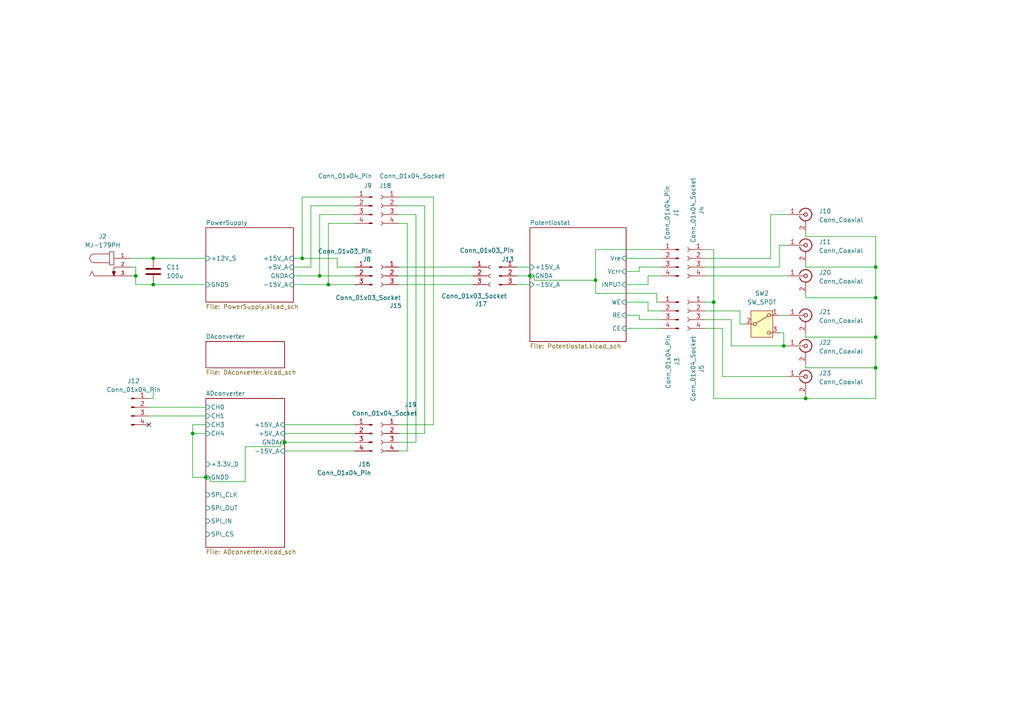
<source format=kicad_sch>
(kicad_sch (version 20231120) (generator "eeschema") (generator_version "8.0")
  (paper "A4")
  (lib_symbols
    (symbol "Connector:Conn_01x03_Pin" (pin_names (offset 1.016) hide)
      (property "Reference" "J" (at 0 5.08 0))
      (property "Value" "Conn_01x03_Pin" (at 0 -5.08 0))
      (symbol "Conn_01x03_Pin_1_1"
        (polyline (pts (xy 1.27 -2.54) (xy 0.8636 -2.54)) (stroke (width 0.1524)))
        (polyline (pts (xy 1.27 0) (xy 0.8636 0)) (stroke (width 0.1524)))
        (polyline (pts (xy 1.27 2.54) (xy 0.8636 2.54)) (stroke (width 0.1524)))
        (rectangle (start 0.8636 -2.413) (end 0 -2.667) (stroke (width 0.1524)) (fill (type outline)))
        (rectangle (start 0.8636 0.127) (end 0 -0.127) (stroke (width 0.1524)) (fill (type outline)))
        (rectangle (start 0.8636 2.667) (end 0 2.413) (stroke (width 0.1524)) (fill (type outline)))
        (pin passive line (at 5.08 2.54 180) (length 3.81) (name "Pin_1") (number "1"))
        (pin passive line (at 5.08 0 180) (length 3.81) (name "Pin_2") (number "2"))
        (pin passive line (at 5.08 -2.54 180) (length 3.81) (name "Pin_3") (number "3"))
      )
    )
    (symbol "Connector:Conn_01x03_Socket" (pin_names (offset 1.016) hide)
      (property "Reference" "J" (at 0 5.08 0))
      (property "Value" "Conn_01x03_Socket" (at 0 -5.08 0))
      (symbol "Conn_01x03_Socket_1_1"
        (arc (start 0 -2.032) (mid -0.5058 -2.54) (end 0 -3.048) (stroke (width 0.1524)))
        (polyline (pts (xy -1.27 -2.54) (xy -0.508 -2.54)) (stroke (width 0.1524)))
        (polyline (pts (xy -1.27 0) (xy -0.508 0)) (stroke (width 0.1524)))
        (polyline (pts (xy -1.27 2.54) (xy -0.508 2.54)) (stroke (width 0.1524)))
        (arc (start 0 0.508) (mid -0.5058 0) (end 0 -0.508) (stroke (width 0.1524)))
        (arc (start 0 3.048) (mid -0.5058 2.54) (end 0 2.032) (stroke (width 0.1524)))
        (pin passive line (at -5.08 2.54 0) (length 3.81) (name "Pin_1") (number "1"))
        (pin passive line (at -5.08 0 0) (length 3.81) (name "Pin_2") (number "2"))
        (pin passive line (at -5.08 -2.54 0) (length 3.81) (name "Pin_3") (number "3"))
      )
    )
    (symbol "Connector:Conn_01x04_Pin" (pin_names (offset 1.016) hide)
      (property "Reference" "J" (at 0 5.08 0))
      (property "Value" "Conn_01x04_Pin" (at 0 -7.62 0))
      (symbol "Conn_01x04_Pin_1_1"
        (polyline (pts (xy 1.27 -5.08) (xy 0.8636 -5.08)) (stroke (width 0.1524)))
        (polyline (pts (xy 1.27 -2.54) (xy 0.8636 -2.54)) (stroke (width 0.1524)))
        (polyline (pts (xy 1.27 0) (xy 0.8636 0)) (stroke (width 0.1524)))
        (polyline (pts (xy 1.27 2.54) (xy 0.8636 2.54)) (stroke (width 0.1524)))
        (rectangle (start 0.8636 -4.953) (end 0 -5.207) (stroke (width 0.1524)) (fill (type outline)))
        (rectangle (start 0.8636 -2.413) (end 0 -2.667) (stroke (width 0.1524)) (fill (type outline)))
        (rectangle (start 0.8636 0.127) (end 0 -0.127) (stroke (width 0.1524)) (fill (type outline)))
        (rectangle (start 0.8636 2.667) (end 0 2.413) (stroke (width 0.1524)) (fill (type outline)))
        (pin passive line (at 5.08 2.54 180) (length 3.81) (name "Pin_1") (number "1"))
        (pin passive line (at 5.08 0 180) (length 3.81) (name "Pin_2") (number "2"))
        (pin passive line (at 5.08 -2.54 180) (length 3.81) (name "Pin_3") (number "3"))
        (pin passive line (at 5.08 -5.08 180) (length 3.81) (name "Pin_4") (number "4"))
      )
    )
    (symbol "Connector:Conn_01x04_Socket" (pin_names (offset 1.016) hide)
      (property "Reference" "J" (at 0 5.08 0))
      (property "Value" "Conn_01x04_Socket" (at 0 -7.62 0))
      (symbol "Conn_01x04_Socket_1_1"
        (arc (start 0 -4.572) (mid -0.5058 -5.08) (end 0 -5.588) (stroke (width 0.1524)))
        (arc (start 0 -2.032) (mid -0.5058 -2.54) (end 0 -3.048) (stroke (width 0.1524)))
        (polyline (pts (xy -1.27 -5.08) (xy -0.508 -5.08)) (stroke (width 0.1524)))
        (polyline (pts (xy -1.27 -2.54) (xy -0.508 -2.54)) (stroke (width 0.1524)))
        (polyline (pts (xy -1.27 0) (xy -0.508 0)) (stroke (width 0.1524)))
        (polyline (pts (xy -1.27 2.54) (xy -0.508 2.54)) (stroke (width 0.1524)))
        (arc (start 0 0.508) (mid -0.5058 0) (end 0 -0.508) (stroke (width 0.1524)))
        (arc (start 0 3.048) (mid -0.5058 2.54) (end 0 2.032) (stroke (width 0.1524)))
        (pin passive line (at -5.08 2.54 0) (length 3.81) (name "Pin_1") (number "1"))
        (pin passive line (at -5.08 0 0) (length 3.81) (name "Pin_2") (number "2"))
        (pin passive line (at -5.08 -2.54 0) (length 3.81) (name "Pin_3") (number "3"))
        (pin passive line (at -5.08 -5.08 0) (length 3.81) (name "Pin_4") (number "4"))
      )
    )
    (symbol "Connector:Conn_Coaxial" (pin_names (offset 1.016) hide)
      (property "Reference" "J" (at 0.254 3.048 0))
      (property "Value" "Conn_Coaxial" (at 2.921 0 90))
      (symbol "Conn_Coaxial_0_1"
        (arc (start -1.778 -0.508) (mid 0.2311 -1.8066) (end 1.778 0) (stroke (width 0.254)))
        (polyline (pts (xy -2.54 0) (xy -0.508 0)))
        (polyline (pts (xy 0 -2.54) (xy 0 -1.778)))
        (circle (center 0 0) (radius 0.508) (stroke (width 0.2032)))
        (arc (start 1.778 0) (mid 0.2099 1.8101) (end -1.778 0.508) (stroke (width 0.254)))
      )
      (symbol "Conn_Coaxial_1_1"
        (pin passive line (at -5.08 0 0) (length 2.54) (name "In") (number "1"))
        (pin passive line (at 0 -5.08 90) (length 2.54) (name "Ext") (number "2"))
      )
    )
    (symbol "Device:C" (pin_numbers hide) (pin_names (offset 0.254))
      (property "Reference" "C" (at 0.635 2.54 0))
      (property "Value" "C" (at 0.635 -2.54 0))
      (symbol "C_0_1"
        (polyline (pts (xy -2.032 -0.762) (xy 2.032 -0.762)) (stroke (width 0.508)))
        (polyline (pts (xy -2.032 0.762) (xy 2.032 0.762)) (stroke (width 0.508)))
      )
      (symbol "C_1_1"
        (pin passive line (at 0 3.81 270) (length 2.794) (name "~") (number "1"))
        (pin passive line (at 0 -3.81 90) (length 2.794) (name "~") (number "2"))
      )
    )
    (symbol "MJ-179PH:MJ-179PH" (pin_names (offset 1.016))
      (property "Reference" "J" (at -7.62 5.08 0))
      (property "Value" "MJ-179PH" (at -7.62 -5.08 0))
      (symbol "MJ-179PH_0_0"
        (arc (start -5.715 3.81) (mid -6.9794 2.54) (end -5.715 1.27) (stroke (width 0.1524)))
        (polyline (pts (xy -6.35 -1.27) (xy -6.985 -2.54)) (stroke (width 0.1524)))
        (polyline (pts (xy -5.715 -2.54) (xy -6.35 -1.27)) (stroke (width 0.1524)))
        (polyline (pts (xy -5.715 3.81) (xy -1.27 3.81)) (stroke (width 0.1524)))
        (polyline (pts (xy -1.27 0.635) (xy 0 0.635)) (stroke (width 0.1524)))
        (polyline (pts (xy -1.27 1.27) (xy -5.715 1.27)) (stroke (width 0.1524)))
        (polyline (pts (xy -1.27 1.27) (xy -1.27 0.635)) (stroke (width 0.1524)))
        (polyline (pts (xy -1.27 3.81) (xy -1.27 1.27)) (stroke (width 0.1524)))
        (polyline (pts (xy -1.27 4.445) (xy -1.27 3.81)) (stroke (width 0.1524)))
        (polyline (pts (xy 0 -2.54) (xy -5.715 -2.54)) (stroke (width 0.1524)))
        (polyline (pts (xy 0 0) (xy 0 -2.54)) (stroke (width 0.1524)))
        (polyline (pts (xy 0 0.635) (xy 0 4.445)) (stroke (width 0.1524)))
        (polyline (pts (xy 0 4.445) (xy -1.27 4.445)) (stroke (width 0.1524)))
        (polyline (pts (xy 0 -2.54) (xy -0.508 -1.27) (xy 0.508 -1.27) (xy 0 -2.54)) (stroke (width 0.1524)) (fill (type outline)))
        (pin passive line (at 5.08 2.54 180) (length 5.08) (name "~") (number "1"))
        (pin passive line (at 5.08 0 180) (length 5.08) (name "~") (number "2"))
        (pin passive line (at 5.08 -2.54 180) (length 5.08) (name "~") (number "3"))
      )
    )
    (symbol "Switch:SW_SPDT" (pin_names (offset 0) hide)
      (property "Reference" "SW" (at 0 5.08 0))
      (property "Value" "SW_SPDT" (at 0 -5.08 0))
      (symbol "SW_SPDT_0_1"
        (circle (center -2.032 0) (radius 0.4572))
        (polyline (pts (xy -1.651 0.254) (xy 1.651 2.286)))
        (circle (center 2.032 -2.54) (radius 0.4572))
        (circle (center 2.032 2.54) (radius 0.4572))
      )
      (symbol "SW_SPDT_1_1"
        (rectangle (start -3.175 3.81) (end 3.175 -3.81) (fill (type background)))
        (pin passive line (at 5.08 2.54 180) (length 2.54) (name "A") (number "1"))
        (pin passive line (at -5.08 0 0) (length 2.54) (name "B") (number "2"))
        (pin passive line (at 5.08 -2.54 180) (length 2.54) (name "C") (number "3"))
      )
    )
  )
  (junction (at 207.01 87.63))
  (junction (at 44.45 74.93))
  (junction (at 233.68 115.57))
  (junction (at 153.67 80.01))
  (junction (at 82.55 128.27))
  (junction (at 254 97.79))
  (junction (at 254 106.68))
  (junction (at 44.45 82.55))
  (junction (at 254 86.36))
  (junction (at 172.72 81.28))
  (junction (at 87.63 74.93))
  (junction (at 55.88 125.73))
  (junction (at 227.33 100.33))
  (junction (at 59.69 138.43))
  (junction (at 95.25 82.55))
  (junction (at 254 77.47))
  (junction (at 92.71 80.01))
  (junction (at 39.37 80.01))
  (no_connect (at 43.18 123.19))
  (wire (pts (xy 233.68 68.58) (xy 254 68.58)))
  (wire (pts (xy 233.68 86.36) (xy 254 86.36)))
  (wire (pts (xy 187.96 87.63) (xy 187.96 90.17)))
  (wire (pts (xy 233.68 114.3) (xy 233.68 115.57)))
  (wire (pts (xy 59.69 138.43) (xy 55.88 138.43)))
  (wire (pts (xy 254 68.58) (xy 254 77.47)))
  (wire (pts (xy 115.57 77.47) (xy 137.16 77.47)))
  (wire (pts (xy 38.1 77.47) (xy 39.37 77.47)))
  (wire (pts (xy 44.45 74.93) (xy 38.1 74.93)))
  (wire (pts (xy 43.18 115.57) (xy 44.45 115.57)))
  (wire (pts (xy 185.42 91.44) (xy 185.42 92.71)))
  (wire (pts (xy 233.68 77.47) (xy 254 77.47)))
  (wire (pts (xy 204.47 95.25) (xy 209.55 95.25)))
  (wire (pts (xy 115.57 62.23) (xy 120.65 62.23)))
  (wire (pts (xy 172.72 85.09) (xy 190.5 85.09)))
  (wire (pts (xy 102.87 62.23) (xy 92.71 62.23)))
  (wire (pts (xy 118.11 130.81) (xy 115.57 130.81)))
  (wire (pts (xy 233.68 85.09) (xy 233.68 86.36)))
  (wire (pts (xy 81.28 129.54) (xy 71.12 129.54)))
  (wire (pts (xy 115.57 123.19) (xy 125.73 123.19)))
  (wire (pts (xy 92.71 62.23) (xy 92.71 80.01)))
  (wire (pts (xy 233.68 115.57) (xy 254 115.57)))
  (wire (pts (xy 87.63 57.15) (xy 87.63 74.93)))
  (wire (pts (xy 85.09 74.93) (xy 87.63 74.93)))
  (wire (pts (xy 81.28 128.27) (xy 81.28 129.54)))
  (wire (pts (xy 43.18 118.11) (xy 59.69 118.11)))
  (wire (pts (xy 233.68 105.41) (xy 233.68 106.68)))
  (wire (pts (xy 39.37 77.47) (xy 39.37 80.01)))
  (wire (pts (xy 55.88 125.73) (xy 59.69 125.73)))
  (wire (pts (xy 92.71 80.01) (xy 102.87 80.01)))
  (wire (pts (xy 153.67 80.01) (xy 154.94 80.01)))
  (wire (pts (xy 55.88 125.73) (xy 55.88 123.19)))
  (wire (pts (xy 90.17 59.69) (xy 90.17 77.47)))
  (wire (pts (xy 190.5 85.09) (xy 190.5 87.63)))
  (wire (pts (xy 115.57 64.77) (xy 118.11 64.77)))
  (wire (pts (xy 227.33 96.52) (xy 226.06 96.52)))
  (wire (pts (xy 149.86 82.55) (xy 153.67 82.55)))
  (wire (pts (xy 82.55 125.73) (xy 102.87 125.73)))
  (wire (pts (xy 102.87 59.69) (xy 90.17 59.69)))
  (wire (pts (xy 82.55 130.81) (xy 102.87 130.81)))
  (wire (pts (xy 55.88 123.19) (xy 59.69 123.19)))
  (wire (pts (xy 209.55 95.25) (xy 209.55 109.22)))
  (wire (pts (xy 39.37 82.55) (xy 39.37 80.01)))
  (wire (pts (xy 87.63 74.93) (xy 97.79 74.93)))
  (wire (pts (xy 226.06 77.47) (xy 226.06 71.12)))
  (wire (pts (xy 181.61 95.25) (xy 191.77 95.25)))
  (wire (pts (xy 172.72 81.28) (xy 172.72 85.09)))
  (wire (pts (xy 228.6 100.33) (xy 227.33 100.33)))
  (wire (pts (xy 181.61 74.93) (xy 191.77 74.93)))
  (wire (pts (xy 254 77.47) (xy 254 86.36)))
  (wire (pts (xy 118.11 64.77) (xy 118.11 130.81)))
  (wire (pts (xy 204.47 77.47) (xy 226.06 77.47)))
  (wire (pts (xy 187.96 80.01) (xy 191.77 80.01)))
  (wire (pts (xy 254 106.68) (xy 254 115.57)))
  (wire (pts (xy 254 97.79) (xy 254 106.68)))
  (wire (pts (xy 233.68 97.79) (xy 254 97.79)))
  (wire (pts (xy 223.52 74.93) (xy 223.52 62.23)))
  (wire (pts (xy 115.57 80.01) (xy 137.16 80.01)))
  (wire (pts (xy 172.72 72.39) (xy 172.72 81.28)))
  (wire (pts (xy 187.96 82.55) (xy 181.61 82.55)))
  (wire (pts (xy 181.61 91.44) (xy 185.42 91.44)))
  (wire (pts (xy 185.42 77.47) (xy 191.77 77.47)))
  (wire (pts (xy 187.96 90.17) (xy 191.77 90.17)))
  (wire (pts (xy 204.47 92.71) (xy 212.09 92.71)))
  (wire (pts (xy 204.47 80.01) (xy 228.6 80.01)))
  (wire (pts (xy 190.5 87.63) (xy 191.77 87.63)))
  (wire (pts (xy 185.42 92.71) (xy 191.77 92.71)))
  (wire (pts (xy 212.09 100.33) (xy 227.33 100.33)))
  (wire (pts (xy 181.61 87.63) (xy 187.96 87.63)))
  (wire (pts (xy 226.06 91.44) (xy 228.6 91.44)))
  (wire (pts (xy 227.33 100.33) (xy 227.33 96.52)))
  (wire (pts (xy 120.65 62.23) (xy 120.65 128.27)))
  (wire (pts (xy 212.09 92.71) (xy 212.09 100.33)))
  (wire (pts (xy 59.69 138.43) (xy 60.96 138.43)))
  (wire (pts (xy 187.96 80.01) (xy 187.96 82.55)))
  (wire (pts (xy 43.18 120.65) (xy 59.69 120.65)))
  (wire (pts (xy 226.06 71.12) (xy 228.6 71.12)))
  (wire (pts (xy 85.09 82.55) (xy 95.25 82.55)))
  (wire (pts (xy 95.25 64.77) (xy 95.25 82.55)))
  (wire (pts (xy 60.96 139.7) (xy 71.12 139.7)))
  (wire (pts (xy 154.94 81.28) (xy 172.72 81.28)))
  (wire (pts (xy 223.52 62.23) (xy 228.6 62.23)))
  (wire (pts (xy 95.25 82.55) (xy 102.87 82.55)))
  (wire (pts (xy 97.79 77.47) (xy 102.87 77.47)))
  (wire (pts (xy 123.19 125.73) (xy 115.57 125.73)))
  (wire (pts (xy 125.73 57.15) (xy 125.73 123.19)))
  (wire (pts (xy 214.63 93.98) (xy 215.9 93.98)))
  (wire (pts (xy 204.47 87.63) (xy 207.01 87.63)))
  (wire (pts (xy 82.55 128.27) (xy 102.87 128.27)))
  (wire (pts (xy 185.42 77.47) (xy 185.42 78.74)))
  (wire (pts (xy 154.94 80.01) (xy 154.94 81.28)))
  (wire (pts (xy 44.45 74.93) (xy 59.69 74.93)))
  (wire (pts (xy 115.57 57.15) (xy 125.73 57.15)))
  (wire (pts (xy 123.19 59.69) (xy 123.19 125.73)))
  (wire (pts (xy 149.86 77.47) (xy 153.67 77.47)))
  (wire (pts (xy 207.01 72.39) (xy 207.01 87.63)))
  (wire (pts (xy 254 86.36) (xy 254 97.79)))
  (wire (pts (xy 149.86 80.01) (xy 153.67 80.01)))
  (wire (pts (xy 87.63 57.15) (xy 102.87 57.15)))
  (wire (pts (xy 204.47 90.17) (xy 214.63 90.17)))
  (wire (pts (xy 85.09 80.01) (xy 92.71 80.01)))
  (wire (pts (xy 120.65 128.27) (xy 115.57 128.27)))
  (wire (pts (xy 71.12 129.54) (xy 71.12 139.7)))
  (wire (pts (xy 191.77 72.39) (xy 172.72 72.39)))
  (wire (pts (xy 214.63 90.17) (xy 214.63 93.98)))
  (wire (pts (xy 233.68 96.52) (xy 233.68 97.79)))
  (wire (pts (xy 204.47 74.93) (xy 223.52 74.93)))
  (wire (pts (xy 209.55 109.22) (xy 228.6 109.22)))
  (wire (pts (xy 233.68 76.2) (xy 233.68 77.47)))
  (wire (pts (xy 38.1 80.01) (xy 39.37 80.01)))
  (wire (pts (xy 115.57 82.55) (xy 137.16 82.55)))
  (wire (pts (xy 82.55 123.19) (xy 102.87 123.19)))
  (wire (pts (xy 39.37 82.55) (xy 44.45 82.55)))
  (wire (pts (xy 55.88 138.43) (xy 55.88 125.73)))
  (wire (pts (xy 44.45 115.57) (xy 44.45 113.03)))
  (wire (pts (xy 60.96 138.43) (xy 60.96 139.7)))
  (wire (pts (xy 207.01 115.57) (xy 233.68 115.57)))
  (wire (pts (xy 115.57 59.69) (xy 123.19 59.69)))
  (wire (pts (xy 233.68 106.68) (xy 254 106.68)))
  (wire (pts (xy 181.61 78.74) (xy 185.42 78.74)))
  (wire (pts (xy 204.47 72.39) (xy 207.01 72.39)))
  (wire (pts (xy 102.87 64.77) (xy 95.25 64.77)))
  (wire (pts (xy 207.01 87.63) (xy 207.01 115.57)))
  (wire (pts (xy 90.17 77.47) (xy 85.09 77.47)))
  (wire (pts (xy 82.55 128.27) (xy 81.28 128.27)))
  (wire (pts (xy 44.45 82.55) (xy 59.69 82.55)))
  (wire (pts (xy 233.68 68.58) (xy 233.68 67.31)))
  (wire (pts (xy 97.79 74.93) (xy 97.79 77.47)))
  (symbol (lib_id "Connector:Conn_01x03_Pin") (at 107.95 80.01 0) (mirror y) (unit 1)
    (property "Reference" "J8" (at 106.426 75.184 0))
    (property "Value" "Conn_01x03_Pin" (at 100.076 72.898 0))
    (property "Description" "Generic connector, single row, 01x03, script generated" (effects (hide yes)))
  )
  (symbol (lib_id "Connector:Conn_01x04_Socket") (at 110.49 59.69 0) (mirror y) (unit 1)
    (property "Reference" "J18" (at 113.538 53.848 0) (effects (justify left)))
    (property "Value" "Conn_01x04_Socket" (at 129.032 51.054 0) (effects (justify left)))
    (property "Description" "Generic connector, single row, 01x04, script generated" (effects (hide yes)))
  )
  (symbol (lib_id "Connector:Conn_01x03_Socket") (at 110.49 80.01 0) (mirror y) (unit 1)
    (property "Reference" "J15" (at 116.586 88.646 0) (effects (justify left)))
    (property "Value" "Conn_01x03_Socket" (at 116.332 86.36 0) (effects (justify left)))
    (property "Description" "Generic connector, single row, 01x03, script generated" (effects (hide yes)))
  )
  (symbol (lib_id "Connector:Conn_01x04_Socket") (at 199.39 90.17 0) (mirror y) (unit 1)
    (property "Reference" "J5" (at 203.454 108.204 90) (effects (justify left)))
    (property "Value" "Conn_01x04_Socket" (at 201.041 116.459 90) (effects (justify left)))
    (property "Description" "Generic connector, single row, 01x04, script generated" (effects (hide yes)))
  )
  (symbol (lib_id "Connector:Conn_01x04_Socket") (at 110.49 125.73 0) (mirror y) (unit 1)
    (property "Reference" "J19" (at 119.126 117.348 0))
    (property "Value" "Conn_01x04_Socket" (at 111.506 119.888 0))
    (property "Description" "Generic connector, single row, 01x04, script generated" (effects (hide yes)))
  )
  (symbol (lib_id "Connector:Conn_01x03_Pin") (at 144.78 80.01 0) (unit 1)
    (property "Reference" "J13" (at 149.098 75.184 0) (effects (justify right)))
    (property "Value" "Conn_01x03_Pin" (at 149.098 72.644 0) (effects (justify right)))
    (property "Description" "Generic connector, single row, 01x03, script generated" (effects (hide yes)))
  )
  (symbol (lib_id "Connector:Conn_Coaxial") (at 233.68 71.12 0) (unit 1)
    (property "Reference" "J11" (at 237.49 70.1431 0) (effects (justify left)))
    (property "Value" "Conn_Coaxial" (at 237.49 72.6831 0) (effects (justify left)))
    (property "Description" "coaxial connector (BNC, SMA, SMB, SMC, Cinch/RCA, LEMO, ...)" (effects (hide yes)))
  )
  (symbol (lib_id "Connector:Conn_Coaxial") (at 233.68 80.01 0) (unit 1)
    (property "Reference" "J20" (at 237.49 79.0331 0) (effects (justify left)))
    (property "Value" "Conn_Coaxial" (at 237.49 81.5731 0) (effects (justify left)))
    (property "Description" "coaxial connector (BNC, SMA, SMB, SMC, Cinch/RCA, LEMO, ...)" (effects (hide yes)))
  )
  (symbol (lib_id "Connector:Conn_01x04_Socket") (at 199.39 74.93 0) (mirror y) (unit 1)
    (property "Reference" "J4" (at 203.454 62.23 90) (effects (justify left)))
    (property "Value" "Conn_01x04_Socket" (at 201.041 70.485 90) (effects (justify left)))
    (property "Description" "Generic connector, single row, 01x04, script generated" (effects (hide yes)))
  )
  (symbol (lib_id "MJ-179PH:MJ-179PH") (at 33.02 77.47 0) (unit 1)
    (property "Reference" "J2" (at 29.7815 68.58 0))
    (property "Value" "MJ-179PH" (at 29.7815 71.12 0))
    (property "Footprint" "MJ-179PH:MJ-179PH" (effects (hide yes)))
    (property "CURRENT-RATING" "4A" (effects (hide yes)))
    (property "MF" "Multicomp" (effects (hide yes)))
    (property "Description_1" "\n                        \n                            SOCKET, LOW VOLTAGE; Connector Type: Standard Power Entry; Gender: Socket; Voltage Rating: 12V; Current Rating: 5A; C...\n                        \n" (effects (hide yes)))
    (property "Package" "None" (effects (hide yes)))
    (property "GENDER" "Socket,female" (effects (hide yes)))
    (property "BRAND" "Multicomp" (effects (hide yes)))
    (property "BODY_ORIENTATION" "Right angle" (effects (hide yes)))
    (property "Check_prices" "https://www.snapeda.com/parts/MJ-179PH/Multicomp/view-part/?ref=eda" (effects (hide yes)))
    (property "Price" "None" (effects (hide yes)))
    (property "VOLTAGE-RATING" "12VDC" (effects (hide yes)))
    (property "SnapEDA_Link" "https://www.snapeda.com/parts/MJ-179PH/Multicomp/view-part/?ref=snap" (effects (hide yes)))
    (property "MFR-NO" "MJ-179PH" (effects (hide yes)))
    (property "INSIDE_CONTACT_DIAMETER" "1,95mm" (effects (hide yes)))
    (property "FARNELL" "1737246" (effects (hide yes)))
    (property "Availability" "Not in stock" (effects (hide yes)))
    (property "TYPE" "PCB through hole" (effects (hide yes)))
    (property "OUTSIDE_CONTACT_DIAMETER" "6mm" (effects (hide yes)))
    (property "MP" "MJ-179PH" (effects (hide yes)))
  )
  (symbol (lib_id "Connector:Conn_Coaxial") (at 233.68 100.33 0) (unit 1)
    (property "Reference" "J22" (at 237.49 99.3531 0) (effects (justify left)))
    (property "Value" "Conn_Coaxial" (at 237.49 101.8931 0) (effects (justify left)))
    (property "Description" "coaxial connector (BNC, SMA, SMB, SMC, Cinch/RCA, LEMO, ...)" (effects (hide yes)))
  )
  (symbol (lib_id "Connector:Conn_Coaxial") (at 233.68 91.44 0) (unit 1)
    (property "Reference" "J21" (at 237.49 90.4631 0) (effects (justify left)))
    (property "Value" "Conn_Coaxial" (at 237.49 93.0031 0) (effects (justify left)))
    (property "Description" "coaxial connector (BNC, SMA, SMB, SMC, Cinch/RCA, LEMO, ...)" (effects (hide yes)))
  )
  (symbol (lib_id "Connector:Conn_Coaxial") (at 233.68 109.22 0) (unit 1)
    (property "Reference" "J23" (at 237.49 108.2431 0) (effects (justify left)))
    (property "Value" "Conn_Coaxial" (at 237.49 110.7831 0) (effects (justify left)))
    (property "Description" "coaxial connector (BNC, SMA, SMB, SMC, Cinch/RCA, LEMO, ...)" (effects (hide yes)))
  )
  (symbol (lib_id "Connector:Conn_Coaxial") (at 233.68 62.23 0) (unit 1)
    (property "Reference" "J10" (at 237.49 61.2531 0) (effects (justify left)))
    (property "Value" "Conn_Coaxial" (at 237.49 63.7931 0) (effects (justify left)))
    (property "Description" "coaxial connector (BNC, SMA, SMB, SMC, Cinch/RCA, LEMO, ...)" (effects (hide yes)))
  )
  (symbol (lib_id "Connector:Conn_01x04_Pin") (at 196.85 74.93 0) (mirror y) (unit 1)
    (property "Reference" "J1" (at 196.088 61.722 90))
    (property "Value" "Conn_01x04_Pin" (at 193.548 61.722 90))
    (property "Description" "Generic connector, single row, 01x04, script generated" (effects (hide yes)))
  )
  (symbol (lib_id "Switch:SW_SPDT") (at 220.98 93.98 0) (unit 1)
    (property "Reference" "SW2" (at 220.98 85.09 0))
    (property "Value" "SW_SPDT" (at 220.98 87.63 0))
    (property "Description" "Switch, single pole double throw" (effects (hide yes)))
  )
  (symbol (lib_id "Connector:Conn_01x03_Socket") (at 142.24 80.01 0) (unit 1)
    (property "Reference" "J17" (at 137.668 88.138 0) (effects (justify left)))
    (property "Value" "Conn_01x03_Socket" (at 128.016 85.852 0) (effects (justify left)))
    (property "Description" "Generic connector, single row, 01x03, script generated" (effects (hide yes)))
  )
  (symbol (lib_id "Connector:Conn_01x04_Pin") (at 38.1 118.11 0) (unit 1)
    (property "Reference" "J12" (at 38.735 110.49 0))
    (property "Value" "Conn_01x04_Pin" (at 38.735 113.03 0))
    (property "Description" "Generic connector, single row, 01x04, script generated" (effects (hide yes)))
  )
  (symbol (lib_id "Connector:Conn_01x04_Pin") (at 196.85 90.17 0) (mirror y) (unit 1)
    (property "Reference" "J3" (at 196.342 104.902 90))
    (property "Value" "Conn_01x04_Pin" (at 193.802 104.902 90))
    (property "Description" "Generic connector, single row, 01x04, script generated" (effects (hide yes)))
  )
  (symbol (lib_id "Connector:Conn_01x04_Pin") (at 107.95 125.73 0) (mirror y) (unit 1)
    (property "Reference" "J16" (at 105.664 134.62 0))
    (property "Value" "Conn_01x04_Pin" (at 99.822 137.16 0))
    (property "Description" "Generic connector, single row, 01x04, script generated" (effects (hide yes)))
  )
  (symbol (lib_id "Connector:Conn_01x04_Pin") (at 107.95 59.69 0) (mirror y) (unit 1)
    (property "Reference" "J9" (at 106.68 53.848 0))
    (property "Value" "Conn_01x04_Pin" (at 100.076 51.054 0))
    (property "Description" "Generic connector, single row, 01x04, script generated" (effects (hide yes)))
  )
  (symbol (lib_id "Device:C") (at 44.45 78.74 0) (unit 1)
    (property "Reference" "C11" (at 48.26 77.4699 0) (effects (justify left)))
    (property "Value" "100u" (at 48.26 80.0099 0) (effects (justify left)))
    (property "Description" "Unpolarized capacitor" (effects (hide yes)))
  )
  (sheet (at 59.69 99.06) (size 22.86 7.62) (stroke (width 0.1524))
    (property "Sheetname" "DAconverter" (at 59.69 98.3484 0) (effects (justify left bottom)))
    (property "Sheetfile" "DAconverter.kicad_sch" (at 59.69 107.2646 0) (effects (justify left top)))
  )
  (sheet (at 153.67 66.04) (size 27.94 33.02) (stroke (width 0.1524))
    (property "Sheetname" "Potentiostat" (at 153.67 65.3284 0) (effects (justify left bottom)))
    (property "Sheetfile" "Potentiostat.kicad_sch" (at 153.67 99.6446 0) (effects (justify left top)))
    (pin "Vre" input (at 181.61 74.93 0))
    (pin "Vcrr" input (at 181.61 78.74 0))
    (pin "INPUT" input (at 181.61 82.55 0))
    (pin "-15V_A" input (at 153.67 82.55 180))
    (pin "+15V_A" input (at 153.67 77.47 180))
    (pin "GNDA" input (at 153.67 80.01 180))
    (pin "CE" input (at 181.61 95.25 0))
    (pin "RE" input (at 181.61 91.44 0))
    (pin "WE" input (at 181.61 87.63 0))
  )
  (sheet (at 59.69 115.57) (size 22.86 43.18) (stroke (width 0.1524))
    (property "Sheetname" "ADconverter" (at 59.69 114.8584 0) (effects (justify left bottom)))
    (property "Sheetfile" "ADconverter.kicad_sch" (at 59.69 159.3346 0) (effects (justify left top)))
    (pin "CH3" input (at 59.69 123.19 180))
    (pin "CH1" input (at 59.69 120.65 180))
    (pin "CH4" input (at 59.69 125.73 180))
    (pin "SPI_IN" input (at 59.69 151.13 180))
    (pin "SPI_CS" input (at 59.69 154.94 180))
    (pin "SPI_OUT" input (at 59.69 147.32 180))
    (pin "SPI_CLK" input (at 59.69 143.51 180))
    (pin "CH0" input (at 59.69 118.11 180))
    (pin "+15V_A" input (at 82.55 123.19 0))
    (pin "+5V_A" input (at 82.55 125.73 0))
    (pin "GNDA" input (at 82.55 128.27 0))
    (pin "+3.3V_D" input (at 59.69 134.62 180))
    (pin "-15V_A" input (at 82.55 130.81 0))
    (pin "GNDD" input (at 59.69 138.43 180))
  )
  (sheet (at 59.69 66.04) (size 25.4 21.59) (stroke (width 0.1524))
    (property "Sheetname" "PowerSupply" (at 59.69 65.3284 0) (effects (justify left bottom)))
    (property "Sheetfile" "PowerSupply.kicad_sch" (at 59.69 88.2146 0) (effects (justify left top)))
    (pin "GNDS" input (at 59.69 82.55 180))
    (pin "+12V_S" input (at 59.69 74.93 180))
    (pin "-15V_A" input (at 85.09 82.55 0))
    (pin "+15V_A" input (at 85.09 74.93 0))
    (pin "GNDA" input (at 85.09 80.01 0))
    (pin "+5V_A" input (at 85.09 77.47 0))
  )
)
</source>
